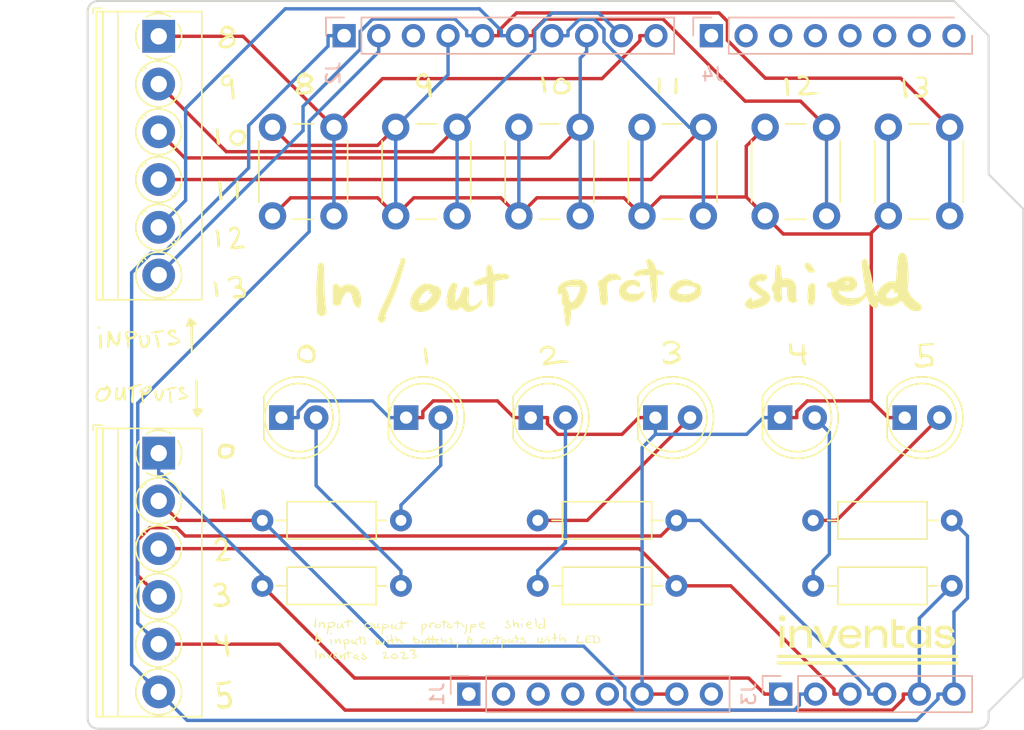
<source format=kicad_pcb>
(kicad_pcb (version 20221018) (generator pcbnew)
  (title_block (date "mar. 31 mars 2015"))
  (layers (0 "F.Cu" signal) (31 "B.Cu" signal) (34 "B.Paste" user) (35 "F.Paste" user) (36 "B.SilkS" user "B.Silkscreen") (37 "F.SilkS" user "F.Silkscreen") (38 "B.Mask" user) (39 "F.Mask" user) (44 "Edge.Cuts" user))
  (net 0 "")
  (net 1 "GND")
  (net 2 "+5V")
  (net 3 "/IOREF")
  (net 4 "/AREF")
  (net 5 "/7")
  (net 6 "/4")
  (net 7 "/2")
  (net 8 "/*6")
  (net 9 "/*5")
  (net 10 "/TX{slash}1")
  (net 11 "/*3")
  (net 12 "/RX{slash}0")
  (net 13 "+3V3")
  (net 14 "VCC")
  (net 15 "/~{RESET}")
  (net 16 "A0")
  (net 17 "Net-(D1-A)")
  (net 19 "A5")
  (net 20 "A4")
  (net 21 "A3")
  (net 22 "A2")
  (net 23 "A1")
  (net 24 "Net-(D2-A)")
  (net 25 "Net-(D3-A)")
  (net 26 "Net-(D4-A)")
  (net 27 "Net-(D5-A)")
  (net 28 "Net-(D6-A)")
  (net 29 "TD13")
  (net 30 "TD12")
  (net 31 "TD11")
  (net 32 "TD10")
  (net 33 "TD9")
  (net 34 "TD8")
  (footprint "Button_Switch_THT:SW_PUSH_6mm" (layer "F.Cu") (at 113.552 62.41 90)
    (fp_text reference "SW8" hide)
    (fp_text value "SW_Push")
    (pad "1" thru_hole circle (at 0 0 180) (size 2 2) (drill 1.1) (layers "*.Cu" "*.Mask") (net 1 "GND"))
    (pad "1" thru_hole circle (at 6.5 0 180) (size 2 2) (drill 1.1) (layers "*.Cu" "*.Mask") (net 1 "GND"))
    (pad "2" thru_hole circle (at 0 4.5 180) (size 2 2) (drill 1.1) (layers "*.Cu" "*.Mask") (net 34 "TD8"))
    (pad "2" thru_hole circle (at 6.5 4.5 180) (size 2 2) (drill 1.1) (layers "*.Cu" "*.Mask") (net 34 "TD8"))
  )
  (footprint "Button_Switch_THT:SW_PUSH_6mm" (layer "F.Cu") (at 140.633 62.41 90)
    (fp_text reference "SW11" hide)
    (fp_text value "SW_Push")
    (pad "1" thru_hole circle (at 0 0 180) (size 2 2) (drill 1.1) (layers "*.Cu" "*.Mask") (net 1 "GND"))
    (pad "1" thru_hole circle (at 6.5 0 180) (size 2 2) (drill 1.1) (layers "*.Cu" "*.Mask") (net 1 "GND"))
    (pad "2" thru_hole circle (at 0 4.5 180) (size 2 2) (drill 1.1) (layers "*.Cu" "*.Mask") (net 31 "TD11"))
    (pad "2" thru_hole circle (at 6.5 4.5 180) (size 2 2) (drill 1.1) (layers "*.Cu" "*.Mask") (net 31 "TD11"))
  )
  (footprint "Button_Switch_THT:SW_PUSH_6mm" (layer "F.Cu") (at 158.687 62.41 90)
    (fp_text reference "SW13" hide)
    (fp_text value "SW_Push")
    (pad "1" thru_hole circle (at 0 0 180) (size 2 2) (drill 1.1) (layers "*.Cu" "*.Mask") (net 1 "GND"))
    (pad "1" thru_hole circle (at 6.5 0 180) (size 2 2) (drill 1.1) (layers "*.Cu" "*.Mask") (net 1 "GND"))
    (pad "2" thru_hole circle (at 0 4.5 180) (size 2 2) (drill 1.1) (layers "*.Cu" "*.Mask") (net 29 "TD13"))
    (pad "2" thru_hole circle (at 6.5 4.5 180) (size 2 2) (drill 1.1) (layers "*.Cu" "*.Mask") (net 29 "TD13"))
  )
  (footprint "Resistor_THT:R_Axial_DIN0207_L6.3mm_D2.5mm_P10.16mm_Horizontal" (layer "F.Cu") (at 112.805 89.525)
    (fp_text reference "R1" hide)
    (fp_text value "R")
    (pad "1" thru_hole circle (at 0 0) (size 1.6 1.6) (drill 0.8) (layers "*.Cu" "*.Mask") (net 16 "A0"))
    (pad "2" thru_hole oval (at 10.16 0) (size 1.6 1.6) (drill 0.8) (layers "*.Cu" "*.Mask") (net 17 "Net-(D1-A)"))
  )
  (footprint "LED_THT:LED_D5.0mm" (layer "F.Cu") (at 159.89 77.195)
    (fp_text reference "D6" hide)
    (fp_text value "LED")
    (pad "1" thru_hole rect (at 0 0) (size 1.8 1.8) (drill 0.9) (layers "*.Cu" "*.Mask") (net 1 "GND"))
    (pad "2" thru_hole circle (at 2.54 0) (size 1.8 1.8) (drill 0.9) (layers "*.Cu" "*.Mask") (net 28 "Net-(D6-A)"))
  )
  (footprint "Button_Switch_THT:SW_PUSH_6mm" (layer "F.Cu") (at 131.606 62.41 90)
    (fp_text reference "SW10" hide)
    (fp_text value "SW_Push")
    (pad "1" thru_hole circle (at 0 0 180) (size 2 2) (drill 1.1) (layers "*.Cu" "*.Mask") (net 1 "GND"))
    (pad "1" thru_hole circle (at 6.5 0 180) (size 2 2) (drill 1.1) (layers "*.Cu" "*.Mask") (net 1 "GND"))
    (pad "2" thru_hole circle (at 0 4.5 180) (size 2 2) (drill 1.1) (layers "*.Cu" "*.Mask") (net 32 "TD10"))
    (pad "2" thru_hole circle (at 6.5 4.5 180) (size 2 2) (drill 1.1) (layers "*.Cu" "*.Mask") (net 32 "TD10"))
  )
  (footprint "Resistor_THT:R_Axial_DIN0207_L6.3mm_D2.5mm_P10.16mm_Horizontal" (layer "F.Cu") (at 143.1525 84.73 180)
    (fp_text reference "R4" hide)
    (fp_text value "R")
    (pad "1" thru_hole circle (at 0 0 180) (size 1.6 1.6) (drill 0.8) (layers "*.Cu" "*.Mask") (net 21 "A3"))
    (pad "2" thru_hole oval (at 10.16 0 180) (size 1.6 1.6) (drill 0.8) (layers "*.Cu" "*.Mask") (net 26 "Net-(D4-A)"))
  )
  (footprint "LED_THT:LED_D5.0mm" (layer "F.Cu") (at 123.342 77.195)
    (fp_text reference "D2" hide)
    (fp_text value "LED")
    (pad "1" thru_hole rect (at 0 0) (size 1.8 1.8) (drill 0.9) (layers "*.Cu" "*.Mask") (net 1 "GND"))
    (pad "2" thru_hole circle (at 2.54 0) (size 1.8 1.8) (drill 0.9) (layers "*.Cu" "*.Mask") (net 24 "Net-(D2-A)"))
  )
  (footprint "LED_THT:LED_D5.0mm" (layer "F.Cu") (at 132.479 77.195)
    (fp_text reference "D3" hide)
    (fp_text value "LED")
    (pad "1" thru_hole rect (at 0 0) (size 1.8 1.8) (drill 0.9) (layers "*.Cu" "*.Mask") (net 1 "GND"))
    (pad "2" thru_hole circle (at 2.54 0) (size 1.8 1.8) (drill 0.9) (layers "*.Cu" "*.Mask") (net 25 "Net-(D3-A)"))
  )
  (footprint "LOGO" (layer "F.Cu") (at 157.277 93.726)
    (fp_text reference "G002" hide)
    (fp_text value "LOGO" hide)
  )
  (footprint "Resistor_THT:R_Axial_DIN0207_L6.3mm_D2.5mm_P10.16mm_Horizontal" (layer "F.Cu") (at 143.1525 89.525 180)
    (fp_text reference "R3" hide)
    (fp_text value "R")
    (pad "1" thru_hole circle (at 0 0 180) (size 1.6 1.6) (drill 0.8) (layers "*.Cu" "*.Mask") (net 22 "A2"))
    (pad "2" thru_hole oval (at 10.16 0 180) (size 1.6 1.6) (drill 0.8) (layers "*.Cu" "*.Mask") (net 25 "Net-(D3-A)"))
  )
  (footprint "Resistor_THT:R_Axial_DIN0207_L6.3mm_D2.5mm_P10.16mm_Horizontal" (layer "F.Cu") (at 163.34 89.525 180)
    (fp_text reference "R5" hide)
    (fp_text value "R")
    (pad "1" thru_hole circle (at 0 0 180) (size 1.6 1.6) (drill 0.8) (layers "*.Cu" "*.Mask") (net 20 "A4"))
    (pad "2" thru_hole oval (at 10.16 0 180) (size 1.6 1.6) (drill 0.8) (layers "*.Cu" "*.Mask") (net 27 "Net-(D5-A)"))
  )
  (footprint "Arduino_MountingHole:MountingHole_3.2mm" (layer "F.Cu") (at 115.24 49.2)
    (fp_text reference "MH1" hide)
    (fp_text value "MountingHole_3.2mm" hide)
    (pad "" np_thru_hole circle locked (at 0 0) (size 3.2 3.2) (drill 3.2) (layers "*.Cu" "*.Mask"))
  )
  (footprint "Button_Switch_THT:SW_PUSH_6mm" (layer "F.Cu") (at 122.579 62.41 90)
    (fp_text reference "SW9" hide)
    (fp_text value "SW_Push")
    (pad "1" thru_hole circle (at 0 0 180) (size 2 2) (drill 1.1) (layers "*.Cu" "*.Mask") (net 1 "GND"))
    (pad "1" thru_hole circle (at 6.5 0 180) (size 2 2) (drill 1.1) (layers "*.Cu" "*.Mask") (net 1 "GND"))
    (pad "2" thru_hole circle (at 0 4.5 180) (size 2 2) (drill 1.1) (layers "*.Cu" "*.Mask") (net 33 "TD9"))
    (pad "2" thru_hole circle (at 6.5 4.5 180) (size 2 2) (drill 1.1) (layers "*.Cu" "*.Mask") (net 33 "TD9"))
  )
  (footprint "LED_THT:LED_D5.0mm" (layer "F.Cu") (at 114.205 77.195)
    (fp_text reference "D1" hide)
    (fp_text value "LED")
    (pad "1" thru_hole rect (at 0 0) (size 1.8 1.8) (drill 0.9) (layers "*.Cu" "*.Mask") (net 1 "GND"))
    (pad "2" thru_hole circle (at 2.54 0) (size 1.8 1.8) (drill 0.9) (layers "*.Cu" "*.Mask") (net 17 "Net-(D1-A)"))
  )
  (footprint "LOGO" (layer "F.Cu") (at 130.48 73.66)
    (fp_text reference "G001" hide)
    (fp_text value "LOGO" hide)
  )
  (footprint "Resistor_THT:R_Axial_DIN0207_L6.3mm_D2.5mm_P10.16mm_Horizontal" (layer "F.Cu") (at 163.34 84.73 180)
    (fp_text reference "R6" hide)
    (fp_text value "R")
    (pad "1" thru_hole circle (at 0 0 180) (size 1.6 1.6) (drill 0.8) (layers "*.Cu" "*.Mask") (net 19 "A5"))
    (pad "2" thru_hole oval (at 10.16 0 180) (size 1.6 1.6) (drill 0.8) (layers "*.Cu" "*.Mask") (net 28 "Net-(D6-A)"))
  )
  (footprint "Button_Switch_THT:SW_PUSH_6mm" (layer "F.Cu") (at 149.66 62.41 90)
    (fp_text reference "SW12" hide)
    (fp_text value "SW_Push")
    (pad "1" thru_hole circle (at 0 0 180) (size 2 2) (drill 1.1) (layers "*.Cu" "*.Mask") (net 1 "GND"))
    (pad "1" thru_hole circle (at 6.5 0 180) (size 2 2) (drill 1.1) (layers "*.Cu" "*.Mask") (net 1 "GND"))
    (pad "2" thru_hole circle (at 0 4.5 180) (size 2 2) (drill 1.1) (layers "*.Cu" "*.Mask") (net 30 "TD12"))
    (pad "2" thru_hole circle (at 6.5 4.5 180) (size 2 2) (drill 1.1) (layers "*.Cu" "*.Mask") (net 30 "TD12"))
  )
  (footprint "TerminalBlock_Phoenix:TerminalBlock_Phoenix_PT-1,5-6-3.5-H_1x06_P3.50mm_Horizontal" (layer "F.Cu") (at 105.207 49.246 -90)
    (fp_text reference "J6" hide)
    (fp_text value "Screw_Terminal_01x06")
    (pad "1" thru_hole rect (at 0 0 270) (size 2.4 2.4) (drill 1.2) (layers "*.Cu" "*.Mask") (net 34 "TD8"))
    (pad "2" thru_hole circle (at 3.5 0 270) (size 2.4 2.4) (drill 1.2) (layers "*.Cu" "*.Mask") (net 33 "TD9"))
    (pad "3" thru_hole circle (at 7 0 270) (size 2.4 2.4) (drill 1.2) (layers "*.Cu" "*.Mask") (net 32 "TD10"))
    (pad "4" thru_hole circle (at 10.5 0 270) (size 2.4 2.4) (drill 1.2) (layers "*.Cu" "*.Mask") (net 31 "TD11"))
    (pad "5" thru_hole circle (at 14 0 270) (size 2.4 2.4) (drill 1.2) (layers "*.Cu" "*.Mask") (net 30 "TD12"))
    (pad "6" thru_hole circle (at 17.5 0 270) (size 2.4 2.4) (drill 1.2) (layers "*.Cu" "*.Mask") (net 29 "TD13"))
  )
  (footprint "Resistor_THT:R_Axial_DIN0207_L6.3mm_D2.5mm_P10.16mm_Horizontal" (layer "F.Cu") (at 112.805 84.73)
    (fp_text reference "R2" hide)
    (fp_text value "R")
    (pad "1" thru_hole circle (at 0 0) (size 1.6 1.6) (drill 0.8) (layers "*.Cu" "*.Mask") (net 23 "A1"))
    (pad "2" thru_hole oval (at 10.16 0) (size 1.6 1.6) (drill 0.8) (layers "*.Cu" "*.Mask") (net 24 "Net-(D2-A)"))
  )
  (footprint "TerminalBlock_Phoenix:TerminalBlock_Phoenix_PT-1,5-6-3.5-H_1x06_P3.50mm_Horizontal" (layer "F.Cu") (at 105.207 79.8 -90)
    (fp_text reference "J5" hide)
    (fp_text value "Screw_Terminal_01x06")
    (pad "1" thru_hole rect (at 0 0 270) (size 2.4 2.4) (drill 1.2) (layers "*.Cu" "*.Mask") (net 16 "A0"))
    (pad "2" thru_hole circle (at 3.5 0 270) (size 2.4 2.4) (drill 1.2) (layers "*.Cu" "*.Mask") (net 23 "A1"))
    (pad "3" thru_hole circle (at 7 0 270) (size 2.4 2.4) (drill 1.2) (layers "*.Cu" "*.Mask") (net 22 "A2"))
    (pad "4" thru_hole circle (at 10.5 0 270) (size 2.4 2.4) (drill 1.2) (layers "*.Cu" "*.Mask") (net 21 "A3"))
    (pad "5" thru_hole circle (at 14 0 270) (size 2.4 2.4) (drill 1.2) (layers "*.Cu" "*.Mask") (net 20 "A4"))
    (pad "6" thru_hole circle (at 17.5 0 270) (size 2.4 2.4) (drill 1.2) (layers "*.Cu" "*.Mask") (net 19 "A5"))
  )
  (footprint "LED_THT:LED_D5.0mm" (layer "F.Cu") (at 141.616 77.195)
    (fp_text reference "D4" hide)
    (fp_text value "LED")
    (pad "1" thru_hole rect (at 0 0) (size 1.8 1.8) (drill 0.9) (layers "*.Cu" "*.Mask") (net 1 "GND"))
    (pad "2" thru_hole circle (at 2.54 0) (size 1.8 1.8) (drill 0.9) (layers "*.Cu" "*.Mask") (net 26 "Net-(D4-A)"))
  )
  (footprint "Arduino_MountingHole:MountingHole_3.2mm" (layer "F.Cu") (at 113.97 97.46)
    (fp_text reference "MH2" hide)
    (fp_text value "MountingHole_3.2mm" hide)
    (pad "" np_thru_hole circle locked (at 0 0) (size 3.2 3.2) (drill 3.2) (layers "*.Cu" "*.Mask"))
  )
  (footprint "Arduino_MountingHole:MountingHole_3.2mm" (layer "F.Cu") (at 166.04 92.38)
    (fp_text reference "MH4" hide)
    (fp_text value "MountingHole_3.2mm" hide)
    (pad "" np_thru_hole circle locked (at 0 0) (size 3.2 3.2) (drill 3.2) (layers "*.Cu" "*.Mask"))
  )
  (footprint "LED_THT:LED_D5.0mm" (layer "F.Cu") (at 150.753 77.195)
    (fp_text reference "D5" hide)
    (fp_text value "LED")
    (pad "1" thru_hole rect (at 0 0) (size 1.8 1.8) (drill 0.9) (layers "*.Cu" "*.Mask") (net 1 "GND"))
    (pad "2" thru_hole circle (at 2.54 0) (size 1.8 1.8) (drill 0.9) (layers "*.Cu" "*.Mask") (net 27 "Net-(D5-A)"))
  )
  (footprint "Connector_PinHeader_2.54mm:PinHeader_1x06_P2.54mm_Vertical" (layer "B.Cu") (at 150.8 97.46 -90)
    (fp_text reference "J3" (at 0 2.33 90) (layer "B.SilkS") (effects (justify mirror)))
    (fp_text value "Analog")
    (pad "1" thru_hole rect locked (at 0 0 270) (size 1.7 1.7) (drill 1) (layers "*.Cu" "*.Mask") (net 16 "A0"))
    (pad "2" thru_hole oval locked (at 0 -2.54 270) (size 1.7 1.7) (drill 1) (layers "*.Cu" "*.Mask") (net 23 "A1"))
    (pad "3" thru_hole oval locked (at 0 -5.08 270) (size 1.7 1.7) (drill 1) (layers "*.Cu" "*.Mask") (net 22 "A2"))
    (pad "4" thru_hole oval locked (at 0 -7.62 270) (size 1.7 1.7) (drill 1) (layers "*.Cu" "*.Mask") (net 21 "A3"))
    (pad "5" thru_hole oval locked (at 0 -10.16 270) (size 1.7 1.7) (drill 1) (layers "*.Cu" "*.Mask") (net 20 "A4"))
    (pad "6" thru_hole oval locked (at 0 -12.7 270) (size 1.7 1.7) (drill 1) (layers "*.Cu" "*.Mask") (net 19 "A5"))
  )
  (footprint "Connector_PinHeader_2.54mm:PinHeader_1x10_P2.54mm_Vertical" (layer "B.Cu") (at 118.796 49.2 -90)
    (fp_text reference "J2" (at 2.74 0.796 90) (layer "B.SilkS") (effects (justify mirror)))
    (fp_text value "Digital/PWM")
    (pad "1" thru_hole rect (at 0 0 270) (size 1.7 1.7) (drill 1) (layers "*.Cu" "*.Mask") (net 19 "A5"))
    (pad "2" thru_hole oval (at 0 -2.54 270) (size 1.7 1.7) (drill 1) (layers "*.Cu" "*.Mask") (net 20 "A4"))
    (pad "3" thru_hole oval (at 0 -5.08 270) (size 1.7 1.7) (drill 1) (layers "*.Cu" "*.Mask") (net 4 "/AREF"))
    (pad "4" thru_hole oval (at 0 -7.62 270) (size 1.7 1.7) (drill 1) (layers "*.Cu" "*.Mask") (net 1 "GND"))
    (pad "5" thru_hole oval (at 0 -10.16 270) (size 1.7 1.7) (drill 1) (layers "*.Cu" "*.Mask") (net 29 "TD13"))
    (pad "6" thru_hole oval (at 0 -12.7 270) (size 1.7 1.7) (drill 1) (layers "*.Cu" "*.Mask") (net 30 "TD12"))
    (pad "7" thru_hole oval (at 0 -15.24 270) (size 1.7 1.7) (drill 1) (layers "*.Cu" "*.Mask") (net 31 "TD11"))
    (pad "8" thru_hole oval (at 0 -17.78 270) (size 1.7 1.7) (drill 1) (layers "*.Cu" "*.Mask") (net 32 "TD10"))
    (pad "9" thru_hole oval (at 0 -20.32 270) (size 1.7 1.7) (drill 1) (layers "*.Cu" "*.Mask") (net 33 "TD9"))
    (pad "10" thru_hole oval (at 0 -22.86 270) (size 1.7 1.7) (drill 1) (layers "*.Cu" "*.Mask") (net 34 "TD8"))
  )
  (footprint "Connector_PinHeader_2.54mm:PinHeader_1x08_P2.54mm_Vertical" (layer "B.Cu") (at 145.72 49.2 -90)
    (fp_text reference "J4" (at 2.84 -0.12 180) (layer "B.SilkS") (effects (justify mirror)))
    (fp_text value "Digital/PWM")
    (pad "1" thru_hole rect (at 0 0 270) (size 1.7 1.7) (drill 1) (layers "*.Cu" "*.Mask") (net 5 "/7"))
    (pad "2" thru_hole oval (at 0 -2.54 270) (size 1.7 1.7) (drill 1) (layers "*.Cu" "*.Mask") (net 8 "/*6"))
    (pad "3" thru_hole oval (at 0 -5.08 270) (size 1.7 1.7) (drill 1) (layers "*.Cu" "*.Mask") (net 9 "/*5"))
    (pad "4" thru_hole oval (at 0 -7.62 270) (size 1.7 1.7) (drill 1) (layers "*.Cu" "*.Mask") (net 6 "/4"))
    (pad "5" thru_hole oval (at 0 -10.16 270) (size 1.7 1.7) (drill 1) (layers "*.Cu" "*.Mask") (net 11 "/*3"))
    (pad "6" thru_hole oval (at 0 -12.7 270) (size 1.7 1.7) (drill 1) (layers "*.Cu" "*.Mask") (net 7 "/2"))
    (pad "7" thru_hole oval (at 0 -15.24 270) (size 1.7 1.7) (drill 1) (layers "*.Cu" "*.Mask") (net 10 "/TX{slash}1"))
    (pad "8" thru_hole oval (at 0 -17.78 270) (size 1.7 1.7) (drill 1) (layers "*.Cu" "*.Mask") (net 12 "/RX{slash}0"))
  )
  (footprint "Connector_PinHeader_2.54mm:PinHeader_1x08_P2.54mm_Vertical" (layer "B.Cu") (at 127.94 97.46 -90)
    (fp_text reference "J1" (at 0 2.33 90) (layer "B.SilkS") (effects (justify mirror)))
    (fp_text value "Power")
    (pad "1" thru_hole rect (at 0 0 270) (size 1.7 1.7) (drill 1) (layers "*.Cu" "*.Mask"))
    (pad "2" thru_hole oval (at 0 -2.54 270) (size 1.7 1.7) (drill 1) (layers "*.Cu" "*.Mask") (net 3 "/IOREF"))
    (pad "3" thru_hole oval (at 0 -5.08 270) (size 1.7 1.7) (drill 1) (layers "*.Cu" "*.Mask") (net 15 "/~{RESET}"))
    (pad "4" thru_hole oval (at 0 -7.62 270) (size 1.7 1.7) (drill 1) (layers "*.Cu" "*.Mask") (net 13 "+3V3"))
    (pad "5" thru_hole oval (at 0 -10.16 270) (size 1.7 1.7) (drill 1) (layers "*.Cu" "*.Mask") (net 2 "+5V"))
    (pad "6" thru_hole oval (at 0 -12.7 270) (size 1.7 1.7) (drill 1) (layers "*.Cu" "*.Mask") (net 1 "GND"))
    (pad "7" thru_hole oval (at 0 -15.24 270) (size 1.7 1.7) (drill 1) (layers "*.Cu" "*.Mask") (net 1 "GND"))
    (pad "8" thru_hole oval (at 0 -17.78 270) (size 1.7 1.7) (drill 1) (layers "*.Cu" "*.Mask") (net 14 "VCC"))
  )
  (gr_line (start 166.04 59.36) (end 168.58 61.9) (stroke (width 0.15)) (layer "Edge.Cuts"))
  (gr_line (start 100 99.238) (end 100 47.422) (stroke (width 0.15)) (layer "Edge.Cuts"))
  (gr_line (start 168.58 61.9) (end 168.58 96.19) (stroke (width 0.15)) (layer "Edge.Cuts"))
  (gr_line (start 165.278 100) (end 100.762 100) (stroke (width 0.15)) (layer "Edge.Cuts"))
  (gr_line (start 100.762 46.66) (end 163.5 46.66) (stroke (width 0.15)) (layer "Edge.Cuts"))
  (gr_arc (start 100.762 100) (mid 100.223185 99.776815) (end 100 99.238) (stroke (width 0.15)) (layer "Edge.Cuts"))
  (gr_line (start 168.58 96.19) (end 166.04 98.73) (stroke (width 0.15)) (layer "Edge.Cuts"))
  (gr_line (start 163.5 46.66) (end 166.04 49.2) (stroke (width 0.15)) (layer "Edge.Cuts"))
  (gr_arc (start 166.04 99.238) (mid 165.816815 99.776815) (end 165.278 100) (stroke (width 0.15)) (layer "Edge.Cuts"))
  (gr_line (start 166.04 49.2) (end 166.04 59.36) (stroke (width 0.15)) (layer "Edge.Cuts"))
  (gr_line (start 166.04 98.73) (end 166.04 99.238) (stroke (width 0.15)) (layer "Edge.Cuts"))
  (gr_arc (start 100 47.422) (mid 100.223185 46.883185) (end 100.762 46.66) (stroke (width 0.15)) (layer "Edge.Cuts"))
  (segment (start 157.4398 63.6572) (end 158.687 62.41) (width 0.25) (layer "F.Cu") (net 1))
  (segment (start 132.479 77.195) (end 133.7041 77.195) (width 0.25) (layer "F.Cu") (net 1))
  (segment (start 132.479 77.195) (end 131.2539 77.195) (width 0.25) (layer "F.Cu") (net 1))
  (segment (start 121.2475 57.2415) (end 114.8835 57.2415) (width 0.25) (layer "F.Cu") (net 1))
  (segment (start 157.4398 75.9699) (end 158.6649 77.195) (width 0.25) (layer "F.Cu") (net 1))
  (segment (start 123.9042 61.0848) (end 130.2808 61.0848) (width 0.25) (layer "F.Cu") (net 1))
  (segment (start 150.9852 63.7352) (end 157.4398 63.7352) (width 0.25) (layer "F.Cu") (net 1))
  (segment (start 148.274 57.296) (end 149.66 55.91) (width 0.25) (layer "F.Cu") (net 1))
  (segment (start 157.4398 63.7352) (end 157.4398 63.6572) (width 0.25) (layer "F.Cu") (net 1))
  (segment (start 148.274 61.024) (end 149.66 62.41) (width 0.25) (layer "F.Cu") (net 1))
  (segment (start 131.2539 77.195) (end 130.0288 75.9699) (width 0.25) (layer "F.Cu") (net 1))
  (segment (start 152.7438 75.9699) (end 157.4398 75.9699) (width 0.25) (layer "F.Cu") (net 1))
  (segment (start 114.8772 61.0848) (end 113.552 62.41) (width 0.25) (layer "F.Cu") (net 1))
  (segment (start 134.4697 78.4201) (end 133.7041 77.6545) (width 0.25) (layer "F.Cu") (net 1))
  (segment (start 131.606 62.41) (end 132.9312 61.0848) (width 0.25) (layer "F.Cu") (net 1))
  (segment (start 139.3078 61.0848) (end 140.633 62.41) (width 0.25) (layer "F.Cu") (net 1))
  (segment (start 133.7041 77.6545) (end 133.7041 77.195) (width 0.25) (layer "F.Cu") (net 1))
  (segment (start 151.9781 76.7356) (end 152.7438 75.9699) (width 0.25) (layer "F.Cu") (net 1))
  (segment (start 149.66 62.41) (end 150.9852 63.7352) (width 0.25) (layer "F.Cu") (net 1))
  (segment (start 122.579 62.41) (end 121.2538 61.0848) (width 0.25) (layer "F.Cu") (net 1))
  (segment (start 143.18 97.46) (end 140.64 97.46) (width 0.25) (layer "F.Cu") (net 1))
  (segment (start 142.019 61.024) (end 148.274 61.024) (width 0.25) (layer "F.Cu") (net 1))
  (segment (start 122.579 55.91) (end 121.2475 57.2415) (width 0.25) (layer "F.Cu") (net 1))
  (segment (start 159.89 77.195) (end 158.6649 77.195) (width 0.25) (layer "F.Cu") (net 1))
  (segment (start 122.579 62.41) (end 123.9042 61.0848) (width 0.25) (layer "F.Cu") (net 1))
  (segment (start 130.0288 75.9699) (end 125.3327 75.9699) (width 0.25) (layer "F.Cu") (net 1))
  (segment (start 114.8835 57.2415) (end 113.552 55.91) (width 0.25) (layer "F.Cu") (net 1))
  (segment (start 124.5671 76.7355) (end 124.5671 77.195) (width 0.25) (layer "F.Cu") (net 1))
  (segment (start 151.9781 77.195) (end 151.9781 76.7356) (width 0.25) (layer "F.Cu") (net 1))
  (segment (start 141.616 77.195) (end 140.3909 77.195) (width 0.25) (layer "F.Cu") (net 1))
  (segment (start 157.4398 75.9699) (end 157.4398 63.7352) (width 0.25) (layer "F.Cu") (net 1))
  (segment (start 125.3327 75.9699) (end 124.5671 76.7355) (width 0.25) (layer "F.Cu") (net 1))
  (segment (start 140.633 62.41) (end 142.019 61.024) (width 0.25) (layer "F.Cu") (net 1))
  (segment (start 140.3909 77.195) (end 139.1658 78.4201) (width 0.25) (layer "F.Cu") (net 1))
  (segment (start 139.1658 78.4201) (end 134.4697 78.4201) (width 0.25) (layer "F.Cu") (net 1))
  (segment (start 148.274 61.024) (end 148.274 57.296) (width 0.25) (layer "F.Cu") (net 1))
  (segment (start 132.9312 61.0848) (end 139.3078 61.0848) (width 0.25) (layer "F.Cu") (net 1))
  (segment (start 150.753 77.195) (end 151.9781 77.195) (width 0.25) (layer "F.Cu") (net 1))
  (segment (start 130.2808 61.0848) (end 131.606 62.41) (width 0.25) (layer "F.Cu") (net 1))
  (segment (start 123.342 77.195) (end 124.5671 77.195) (width 0.25) (layer "F.Cu") (net 1))
  (segment (start 121.2538 61.0848) (end 114.8772 61.0848) (width 0.25) (layer "F.Cu") (net 1))
  (segment (start 140.64 79.3961) (end 141.616 78.4201) (width 0.25) (layer "B.Cu") (net 1))
  (segment (start 140.633 55.91) (end 140.633 62.41) (width 0.25) (layer "B.Cu") (net 1))
  (segment (start 115.4301 76.7356) (end 116.1958 75.9699) (width 0.25) (layer "B.Cu") (net 1))
  (segment (start 131.606 55.91) (end 131.606 62.41) (width 0.25) (layer "B.Cu") (net 1))
  (segment (start 140.64 96.2849) (end 140.64 79.3961) (width 0.25) (layer "B.Cu") (net 1))
  (segment (start 123.342 77.195) (end 122.1169 77.195) (width 0.25) (layer "B.Cu") (net 1))
  (segment (start 114.205 77.195) (end 115.4301 77.195) (width 0.25) (layer "B.Cu") (net 1))
  (segment (start 158.687 55.91) (end 158.687 62.41) (width 0.25) (layer "B.Cu") (net 1))
  (segment (start 148.3028 78.4201) (end 149.5279 77.195) (width 0.25) (layer "B.Cu") (net 1))
  (segment (start 122.579 55.91) (end 122.579 62.41) (width 0.25) (layer "B.Cu") (net 1))
  (segment (start 126.416 52.073) (end 122.579 55.91) (width 0.25) (layer "B.Cu") (net 1))
  (segment (start 120.8918 75.9699) (end 122.1169 77.195) (width 0.25) (layer "B.Cu") (net 1))
  (segment (start 140.64 97.46) (end 140.64 96.2849) (width 0.25) (layer "B.Cu") (net 1))
  (segment (start 150.753 77.195) (end 149.5279 77.195) (width 0.25) (layer "B.Cu") (net 1))
  (segment (start 141.616 78.4201) (end 148.3028 78.4201) (width 0.25) (layer "B.Cu") (net 1))
  (segment (start 115.4301 77.195) (end 115.4301 76.7356) (width 0.25) (layer "B.Cu") (net 1))
  (segment (start 116.1958 75.9699) (end 120.8918 75.9699) (width 0.25) (layer "B.Cu") (net 1))
  (segment (start 126.416 49.2) (end 126.416 52.073) (width 0.25) (layer "B.Cu") (net 1))
  (segment (start 141.616 77.195) (end 141.616 78.4201) (width 0.25) (layer "B.Cu") (net 1))
  (segment (start 148.4498 96.2849) (end 119.5649 96.2849) (width 0.25) (layer "F.Cu") (net 16))
  (segment (start 150.8 97.46) (end 149.6249 97.46) (width 0.25) (layer "F.Cu") (net 16))
  (segment (start 119.5649 96.2849) (end 112.805 89.525) (width 0.25) (layer "F.Cu") (net 16))
  (segment (start 149.6249 97.46) (end 148.4498 96.2849) (width 0.25) (layer "F.Cu") (net 16))
  (segment (start 112.805 89.525) (end 112.805 88.7325) (width 0.25) (layer "B.Cu") (net 16))
  (segment (start 105.3976 81.3251) (end 105.207 81.3251) (width 0.25) (layer "B.Cu") (net 16))
  (segment (start 112.805 88.7325) (end 105.3976 81.3251) (width 0.25) (layer "B.Cu") (net 16))
  (segment (start 105.207 79.8) (end 105.207 81.3251) (width 0.25) (layer "B.Cu") (net 16))
  (segment (start 116.745 82.1799) (end 122.965 88.3999) (width 0.25) (layer "B.Cu") (net 17))
  (segment (start 116.745 77.195) (end 116.745 82.1799) (width 0.25) (layer "B.Cu") (net 17))
  (segment (start 122.965 89.525) (end 122.965 88.3999) (width 0.25) (layer "B.Cu") (net 17))
  (segment (start 160.7641 99.388) (end 162.3249 97.8272) (width 0.25) (layer "B.Cu") (net 19))
  (segment (start 162.3249 97.8272) (end 162.3249 97.46) (width 0.25) (layer "B.Cu") (net 19))
  (segment (start 117.6209 49.2) (end 117.6209 49.9647) (width 0.25) (layer "B.Cu") (net 19))
  (segment (start 163.5 97.46) (end 163.5 91.42) (width 0.25) (layer "B.Cu") (net 19))
  (segment (start 163.5 97.46) (end 162.3249 97.46) (width 0.25) (layer "B.Cu") (net 19))
  (segment (start 103.223 66.5692) (end 103.223 95.316) (width 0.25) (layer "B.Cu") (net 19))
  (segment (start 117.6209 49.9647) (end 111.8017 55.7839) (width 0.25) (layer "B.Cu") (net 19))
  (segment (start 163.5 91.42) (end 164.4875 90.4325) (width 0.25) (layer "B.Cu") (net 19))
  (segment (start 104.637 65.1552) (end 103.223 66.5692) (width 0.25) (layer "B.Cu") (net 19))
  (segment (start 103.223 95.316) (end 105.207 97.3) (width 0.25) (layer "B.Cu") (net 19))
  (segment (start 164.4875 90.4325) (end 164.4875 85.8775) (width 0.25) (layer "B.Cu") (net 19))
  (segment (start 164.4875 85.8775) (end 163.34 84.73) (width 0.25) (layer "B.Cu") (net 19))
  (segment (start 118.796 49.2) (end 117.6209 49.2) (width 0.25) (layer "B.Cu") (net 19))
  (segment (start 105.207 97.3) (end 107.295 99.388) (width 0.25) (layer "B.Cu") (net 19))
  (segment (start 111.8017 55.7839) (end 111.8017 58.8975) (width 0.25) (layer "B.Cu") (net 19))
  (segment (start 105.544 65.1552) (end 104.637 65.1552) (width 0.25) (layer "B.Cu") (net 19))
  (segment (start 111.8017 58.8975) (end 105.544 65.1552) (width 0.25) (layer "B.Cu") (net 19))
  (segment (start 107.295 99.388) (end 160.7641 99.388) (width 0.25) (layer "B.Cu") (net 19))
  (segment (start 114.034 93.8) (end 105.207 93.8) (width 0.25) (layer "F.Cu") (net 20))
  (segment (start 159.7849 97.46) (end 159.7849 97.8272) (width 0.25) (layer "F.Cu") (net 20))
  (segment (start 159.7849 97.8272) (end 158.9769 98.6352) (width 0.25) (layer "F.Cu") (net 20))
  (segment (start 160.96 97.46) (end 159.7849 97.46) (width 0.25) (layer "F.Cu") (net 20))
  (segment (start 158.9769 98.6352) (end 118.8692 98.6352) (width 0.25) (layer "F.Cu") (net 20))
  (segment (start 118.8692 98.6352) (end 114.034 93.8) (width 0.25) (layer "F.Cu") (net 20))
  (segment (start 116.2378 63.5658) (end 103.6732 76.1304) (width 0.25) (layer "B.Cu") (net 20))
  (segment (start 103.6732 92.2662) (end 105.207 93.8) (width 0.25) (layer "B.Cu") (net 20))
  (segment (start 121.336 50.3751) (end 116.2378 55.4733) (width 0.25) (layer "B.Cu") (net 20))
  (segment (start 103.6732 76.1304) (end 103.6732 92.2662) (width 0.25) (layer "B.Cu") (net 20))
  (segment (start 160.96 97.46) (end 160.96 91.905) (width 0.25) (layer "B.Cu") (net 20))
  (segment (start 121.336 49.2) (end 121.336 50.3751) (width 0.25) (layer "B.Cu") (net 20))
  (segment (start 116.2378 55.4733) (end 116.2378 63.5658) (width 0.25) (layer "B.Cu") (net 20))
  (segment (start 160.96 91.905) (end 163.34 89.525) (width 0.25) (layer "B.Cu") (net 20))
  (segment (start 142.0108 85.8717) (end 143.1525 84.73) (width 0.25) (layer "F.Cu") (net 21))
  (segment (start 105.207 90.3) (end 103.6485 88.7415) (width 0.25) (layer "F.Cu") (net 21))
  (segment (start 103.6485 86.1762) (end 104.5643 85.2604) (width 0.25) (layer "F.Cu") (net 21))
  (segment (start 106.5307 85.2604) (end 107.142 85.8717) (width 0.25) (layer "F.Cu") (net 21))
  (segment (start 103.6485 88.7415) (end 103.6485 86.1762) (width 0.25) (layer "F.Cu") (net 21))
  (segment (start 107.142 85.8717) (end 142.0108 85.8717) (width 0.25) (layer "F.Cu") (net 21))
  (segment (start 104.5643 85.2604) (end 106.5307 85.2604) (width 0.25) (layer "F.Cu") (net 21))
  (segment (start 144.8821 84.73) (end 143.1525 84.73) (width 0.25) (layer "B.Cu") (net 21))
  (segment (start 158.42 97.46) (end 157.2449 97.46) (width 0.25) (layer "B.Cu") (net 21))
  (segment (start 157.2449 97.46) (end 157.2449 97.0928) (width 0.25) (layer "B.Cu") (net 21))
  (segment (start 157.2449 97.0928) (end 144.8821 84.73) (width 0.25) (layer "B.Cu") (net 21))
  (segment (start 140.4275 86.8) (end 105.207 86.8) (width 0.25) (layer "F.Cu") (net 22))
  (segment (start 154.7049 97.0928) (end 147.1371 89.525) (width 0.25) (layer "F.Cu") (net 22))
  (segment (start 154.7049 97.46) (end 154.7049 97.0928) (width 0.25) (layer "F.Cu") (net 22))
  (segment (start 155.88 97.46) (end 154.7049 97.46) (width 0.25) (layer "F.Cu") (net 22))
  (segment (start 143.1525 89.525) (end 140.4275 86.8) (width 0.25) (layer "F.Cu") (net 22))
  (segment (start 147.1371 89.525) (end 143.1525 89.525) (width 0.25) (layer "F.Cu") (net 22))
  (segment (start 112.805 84.73) (end 106.637 84.73) (width 0.25) (layer "F.Cu") (net 23))
  (segment (start 106.637 84.73) (end 105.207 83.3) (width 0.25) (layer "F.Cu") (net 23))
  (segment (start 139.37 96.9714) (end 136.3434 93.9448) (width 0.25) (layer "B.Cu") (net 23))
  (segment (start 152.1649 98.2679) (end 151.7976 98.6352) (width 0.25) (layer "B.Cu") (net 23))
  (segment (start 140.1511 98.6352) (end 139.37 97.8541) (width 0.25) (layer "B.Cu") (net 23))
  (segment (start 153.34 97.46) (end 152.1649 97.46) (width 0.25) (layer "B.Cu") (net 23))
  (segment (start 151.7976 98.6352) (end 140.1511 98.6352) (width 0.25) (layer "B.Cu") (net 23))
  (segment (start 152.1649 97.46) (end 152.1649 98.2679) (width 0.25) (layer "B.Cu") (net 23))
  (segment (start 139.37 97.8541) (end 139.37 96.9714) (width 0.25) (layer "B.Cu") (net 23))
  (segment (start 136.3434 93.9448) (end 122.0198 93.9448) (width 0.25) (layer "B.Cu") (net 23))
  (segment (start 122.0198 93.9448) (end 112.805 84.73) (width 0.25) (layer "B.Cu") (net 23))
  (segment (start 125.882 77.195) (end 125.882 80.6879) (width 0.25) (layer "B.Cu") (net 24))
  (segment (start 125.882 80.6879) (end 122.965 83.6049) (width 0.25) (layer "B.Cu") (net 24))
  (segment (start 122.965 84.73) (end 122.965 83.6049) (width 0.25) (layer "B.Cu") (net 24))
  (segment (start 135.019 77.195) (end 135.019 86.3734) (width 0.25) (layer "B.Cu") (net 25))
  (segment (start 135.019 86.3734) (end 132.9925 88.3999) (width 0.25) (layer "B.Cu") (net 25))
  (segment (start 132.9925 89.525) (end 132.9925 88.3999) (width 0.25) (layer "B.Cu") (net 25))
  (segment (start 136.621 84.73) (end 132.9925 84.73) (width 0.25) (layer "F.Cu") (net 26))
  (segment (start 144.156 77.195) (end 136.621 84.73) (width 0.25) (layer "F.Cu") (net 26))
  (segment (start 153.293 77.195) (end 154.3661 78.2681) (width 0.25) (layer "B.Cu") (net 27))
  (segment (start 154.3661 78.2681) (end 154.3661 87.2138) (width 0.25) (layer "B.Cu") (net 27))
  (segment (start 154.3661 87.2138) (end 153.18 88.3999) (width 0.25) (layer "B.Cu") (net 27))
  (segment (start 153.18 89.525) (end 153.18 88.3999) (width 0.25) (layer "B.Cu") (net 27))
  (segment (start 162.43 77.195) (end 154.895 84.73) (width 0.25) (layer "F.Cu") (net 28))
  (segment (start 154.895 84.73) (end 153.18 84.73) (width 0.25) (layer "F.Cu") (net 28))
  (segment (start 131.4299 47.534) (end 146.2814 47.534) (width 0.25) (layer "F.Cu") (net 29))
  (segment (start 146.8952 48.1478) (end 146.8952 49.539) (width 0.25) (layer "F.Cu") (net 29))
  (segment (start 128.956 49.2) (end 130.1311 49.2) (width 0.25) (layer "F.Cu") (net 29))
  (segment (start 149.6716 52.3154) (end 159.5924 52.3154) (width 0.25) (layer "F.Cu") (net 29))
  (segment (start 130.1311 48.8328) (end 131.4299 47.534) (width 0.25) (layer "F.Cu") (net 29))
  (segment (start 146.8952 49.539) (end 149.6716 52.3154) (width 0.25) (layer "F.Cu") (net 29))
  (segment (start 146.2814 47.534) (end 146.8952 48.1478) (width 0.25) (layer "F.Cu") (net 29))
  (segment (start 159.5924 52.3154) (end 163.187 55.91) (width 0.25) (layer "F.Cu") (net 29))
  (segment (start 130.1311 49.2) (end 130.1311 48.8328) (width 0.25) (layer "F.Cu") (net 29))
  (segment (start 126.9325 47.9844) (end 120.8842 47.9844) (width 0.25) (layer "B.Cu") (net 29))
  (segment (start 119.9712 48.8974) (end 119.9712 50.2006) (width 0.25) (layer "B.Cu") (net 29))
  (segment (start 119.9712 50.2006) (end 115.7876 54.3842) (width 0.25) (layer "B.Cu") (net 29))
  (segment (start 128.956 49.2) (end 127.7809 49.2) (width 0.25) (layer "B.Cu") (net 29))
  (segment (start 115.7876 56.1654) (end 105.207 66.746) (width 0.25) (layer "B.Cu") (net 29))
  (segment (start 163.187 55.91) (end 163.187 62.41) (width 0.25) (layer "B.Cu") (net 29))
  (segment (start 115.7876 54.3842) (end 115.7876 56.1654) (width 0.25) (layer "B.Cu") (net 29))
  (segment (start 127.7809 49.2) (end 127.7809 48.8328) (width 0.25) (layer "B.Cu") (net 29))
  (segment (start 127.7809 48.8328) (end 126.9325 47.9844) (width 0.25) (layer "B.Cu") (net 29))
  (segment (start 120.8842 47.9844) (end 119.9712 48.8974) (width 0.25) (layer "B.Cu") (net 29))
  (segment (start 132.6711 48.8328) (end 133.5197 47.9842) (width 0.25) (layer "F.Cu") (net 30))
  (segment (start 148.1869 53.9973) (end 152.2473 53.9973) (width 0.25) (layer "F.Cu") (net 30))
  (segment (start 133.5197 47.9842) (end 142.1738 47.9842) (width 0.25) (layer "F.Cu") (net 30))
  (segment (start 131.496 49.2) (end 132.6711 49.2) (width 0.25) (layer "F.Cu") (net 30))
  (segment (start 142.1738 47.9842) (end 148.1869 53.9973) (width 0.25) (layer "F.Cu") (net 30))
  (segment (start 132.6711 49.2) (end 132.6711 48.8328) (width 0.25) (layer "F.Cu") (net 30))
  (segment (start 152.2473 53.9973) (end 154.16 55.91) (width 0.25) (layer "F.Cu") (net 30))
  (segment (start 114.4801 47.2329) (end 107.1818 54.5312) (width 0.25) (layer "B.Cu") (net 30))
  (segment (start 130.3209 49.2) (end 130.3209 48.8328) (width 0.25) (layer "B.Cu") (net 30))
  (segment (start 128.721 47.2329) (end 114.4801 47.2329) (width 0.25) (layer "B.Cu") (net 30))
  (segment (start 131.496 49.2) (end 130.3209 49.2) (width 0.25) (layer "B.Cu") (net 30))
  (segment (start 107.1818 61.2712) (end 105.207 63.246) (width 0.25) (layer "B.Cu") (net 30))
  (segment (start 107.1818 54.5312) (end 107.1818 61.2712) (width 0.25) (layer "B.Cu") (net 30))
  (segment (start 130.3209 48.8328) (end 128.721 47.2329) (width 0.25) (layer "B.Cu") (net 30))
  (segment (start 154.16 55.91) (end 154.16 62.41) (width 0.25) (layer "B.Cu") (net 30))
  (segment (start 145.133 55.91) (end 141.297 59.746) (width 0.25) (layer "F.Cu") (net 31))
  (segment (start 141.297 59.746) (end 105.207 59.746) (width 0.25) (layer "F.Cu") (net 31))
  (segment (start 137.846 48.7301) (end 137.846 49.6555) (width 0.25) (layer "B.Cu") (net 31))
  (segment (start 134.036 49.2) (end 135.2111 49.2) (width 0.25) (layer "B.Cu") (net 31))
  (segment (start 145.133 55.91) (end 145.133 62.41) (width 0.25) (layer "B.Cu") (net 31))
  (segment (start 136.0364 48.0075) (end 137.1234 48.0075) (width 0.25) (layer "B.Cu") (net 31))
  (segment (start 137.1234 48.0075) (end 137.846 48.7301) (width 0.25) (layer "B.Cu") (net 31))
  (segment (start 144.1005 55.91) (end 145.133 55.91) (width 0.25) (layer "B.Cu") (net 31))
  (segment (start 137.846 49.6555) (end 144.1005 55.91) (width 0.25) (layer "B.Cu") (net 31))
  (segment (start 135.2111 49.2) (end 135.2111 48.8328) (width 0.25) (layer "B.Cu") (net 31))
  (segment (start 135.2111 48.8328) (end 136.0364 48.0075) (width 0.25) (layer "B.Cu") (net 31))
  (segment (start 105.207 56.246) (end 107.1193 58.1583) (width 0.25) (layer "F.Cu") (net 32))
  (segment (start 107.1193 58.1583) (end 133.8577 58.1583) (width 0.25) (layer "F.Cu") (net 32))
  (segment (start 133.8577 58.1583) (end 136.106 55.91) (width 0.25) (layer "F.Cu") (net 32))
  (segment (start 136.106 50.8451) (end 136.106 55.91) (width 0.25) (layer "B.Cu") (net 32))
  (segment (start 136.106 55.91) (end 136.106 62.41) (width 0.25) (layer "B.Cu") (net 32))
  (segment (start 136.576 50.3751) (end 136.106 50.8451) (width 0.25) (layer "B.Cu") (net 32))
  (segment (start 136.576 49.2) (end 136.576 50.3751) (width 0.25) (layer "B.Cu") (net 32))
  (segment (start 110.1643 57.7033) (end 105.207 52.746) (width 0.25) (layer "F.Cu") (net 33))
  (segment (start 127.079 55.91) (end 125.2857 57.7033) (width 0.25) (layer "F.Cu") (net 33))
  (segment (start 125.2857 57.7033) (end 110.1643 57.7033) (width 0.25) (layer "F.Cu") (net 33))
  (segment (start 137.4616 47.5456) (end 134.0231 47.5456) (width 0.25) (layer "B.Cu") (net 33))
  (segment (start 134.0231 47.5456) (end 132.766 48.8027) (width 0.25) (layer "B.Cu") (net 33))
  (segment (start 127.079 62.41) (end 127.079 55.91) (width 0.25) (layer "B.Cu") (net 33))
  (segment (start 132.766 48.8027) (end 132.766 50.223) (width 0.25) (layer "B.Cu") (net 33))
  (segment (start 132.766 50.223) (end 127.079 55.91) (width 0.25) (layer "B.Cu") (net 33))
  (segment (start 139.116 49.2) (end 137.4616 47.5456) (width 0.25) (layer "B.Cu") (net 33))
  (segment (start 140.4809 49.2) (end 140.4809 49.5673) (width 0.25) (layer "F.Cu") (net 34))
  (segment (start 105.207 49.246) (end 106.7321 49.246) (width 0.25) (layer "F.Cu") (net 34))
  (segment (start 118.052 55.91) (end 111.388 49.246) (width 0.25) (layer "F.Cu") (net 34))
  (segment (start 121.6153 52.3467) (end 118.052 55.91) (width 0.25) (layer "F.Cu") (net 34))
  (segment (start 141.656 49.2) (end 140.4809 49.2) (width 0.25) (layer "F.Cu") (net 34))
  (segment (start 111.388 49.246) (end 106.7321 49.246) (width 0.25) (layer "F.Cu") (net 34))
  (segment (start 140.4809 49.5673) (end 137.7015 52.3467) (width 0.25) (layer "F.Cu") (net 34))
  (segment (start 137.7015 52.3467) (end 121.6153 52.3467) (width 0.25) (layer "F.Cu") (net 34))
  (segment (start 118.052 55.91) (end 118.052 62.41) (width 0.25) (layer "B.Cu") (net 34))
)
</source>
